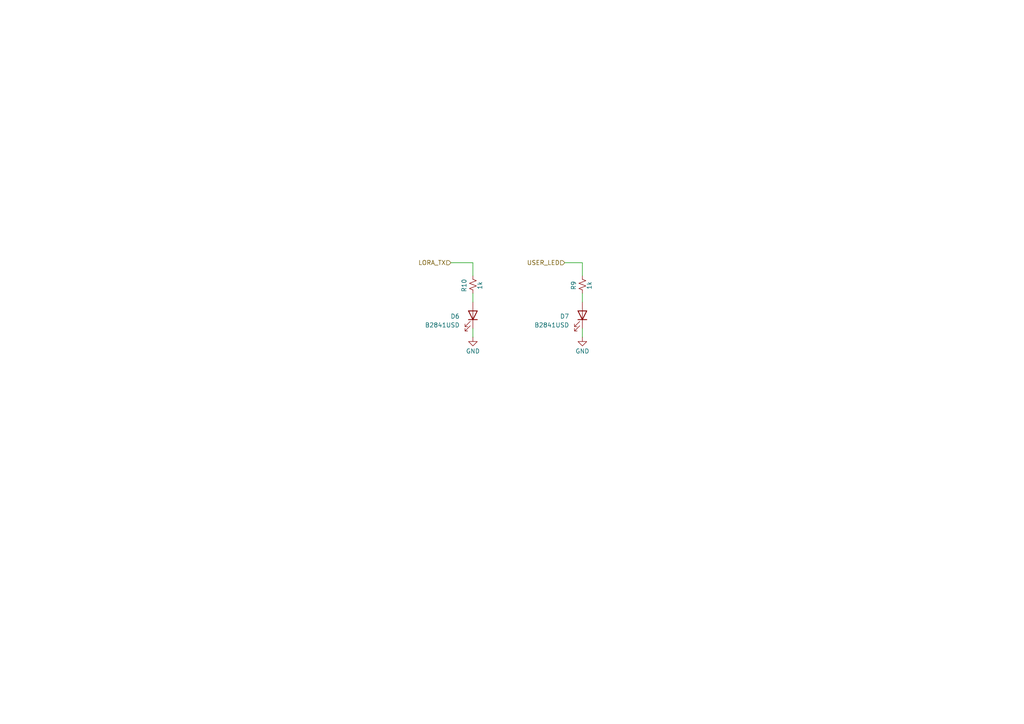
<source format=kicad_sch>
(kicad_sch (version 20250114) (generator "eeschema") (generator_version "9.0")
  (paper "A4")
  (title_block (title "SproutSyncProto-A-01") (date "2025-07-16") (rev "0.1") (company "SproutSync LTD") (comment 1 "ALL RIGHTS RESERVED") (comment 2 "Drawn By: Thomas Sweeney") (comment 3 "R&D Check:") (comment 4 "MFG Check:"))
  (lib_symbols
    (symbol "Device:LED" (pin_numbers (hide yes)) (pin_names (offset 1.016) (hide yes))
      (property "Reference" "D" (at 0 2.54 0))
      (property "Value" "LED" (at 0 -2.54 0))
      (symbol "LED_0_1"
        (polyline (pts (xy -3.048 -0.762) (xy -4.572 -2.286) (xy -3.81 -2.286) (xy -4.572 -2.286) (xy -4.572 -1.524)))
        (polyline (pts (xy -1.778 -0.762) (xy -3.302 -2.286) (xy -2.54 -2.286) (xy -3.302 -2.286) (xy -3.302 -1.524)))
        (polyline (pts (xy -1.27 0) (xy 1.27 0)))
        (polyline (pts (xy -1.27 -1.27) (xy -1.27 1.27)) (stroke (width 0.254)))
        (polyline (pts (xy 1.27 -1.27) (xy 1.27 1.27) (xy -1.27 0) (xy 1.27 -1.27)) (stroke (width 0.254)))
      )
      (symbol "LED_1_1"
        (pin passive line (at -3.81 0 0) (length 2.54) (name "K") (number "1"))
        (pin passive line (at 3.81 0 180) (length 2.54) (name "A") (number "2"))
      )
    )
    (symbol "Device:R_Small_US" (pin_numbers (hide yes)) (pin_names (offset 0.254) (hide yes))
      (property "Reference" "R" (at 0.762 0.508 0))
      (property "Value" "R_Small_US" (at 0.762 -1.016 0))
      (symbol "R_Small_US_1_1"
        (polyline (pts (xy 0 1.524) (xy 1.016 1.143) (xy 0 0.762) (xy -1.016 0.381) (xy 0 0)))
        (polyline (pts (xy 0 0) (xy 1.016 -0.381) (xy 0 -0.762) (xy -1.016 -1.143) (xy 0 -1.524)))
        (pin passive line (at 0 2.54 270) (length 1.016) (name "~") (number "1"))
        (pin passive line (at 0 -2.54 90) (length 1.016) (name "~") (number "2"))
      )
    )
    (symbol "power:GND" (power) (pin_numbers (hide yes)) (pin_names (offset 0) (hide yes))
      (property "Value" "GND" (at 0 -3.81 0))
      (symbol "GND_0_1"
        (polyline (pts (xy 0 0) (xy 0 -1.27) (xy 1.27 -1.27) (xy 0 -2.54) (xy -1.27 -1.27) (xy 0 -1.27)))
      )
      (symbol "GND_1_1"
        (pin power_in line (at 0 0 270) (length 0) (name "~") (number "1"))
      )
    )
  )
  (wire (pts (xy 137.16 85.09) (xy 137.16 87.63)))
  (wire (pts (xy 163.83 76.2) (xy 168.91 76.2)))
  (wire (pts (xy 137.16 76.2) (xy 137.16 80.01)))
  (wire (pts (xy 137.16 95.25) (xy 137.16 97.79)))
  (wire (pts (xy 168.91 76.2) (xy 168.91 80.01)))
  (wire (pts (xy 130.81 76.2) (xy 137.16 76.2)))
  (wire (pts (xy 168.91 85.09) (xy 168.91 87.63)))
  (wire (pts (xy 168.91 95.25) (xy 168.91 97.79)))
  (hierarchical_label "LORA_TX" (shape input) (at 130.81 76.2 180))
  (hierarchical_label "USER_LED" (shape input) (at 163.83 76.2 180))
  (symbol (lib_id "Device:R_Small_US") (at 168.91 82.55 0) (unit 1)
    (property "Reference" "R9" (at 166.37 82.804 90))
    (property "Value" "1k" (at 170.942 82.804 90))
    (property "Footprint" "Resistor_SMD:R_0402_1005Metric" (effects (hide yes)))
    (property "Datasheet" "https://www.yageo.com/upload/media/product/products/datasheet/rchip/PYu-RC_Group_51_RoHS_L_12.pdf" (effects (hide yes)))
    (property "Description" "RES 1K OHM 5% 1/16W 0402" (effects (hide yes)))
    (property "Distributor Prt #" "311-1.0KJRCT-ND" (effects (hide yes)))
    (property "Manuf Prt #" "RC0402JR-071KL" (effects (hide yes)))
  )
  (symbol (lib_id "Device:LED") (at 168.91 91.44 270) (mirror x) (unit 1)
    (property "Reference" "D7" (at 165.1 91.7574 90) (effects (justify right)))
    (property "Value" "B2841USD" (at 165.1 94.2974 90) (effects (justify right)))
    (property "Footprint" "LED_SMD:LED_0402_1005Metric" (effects (hide yes)))
    (property "Datasheet" "https://mm.digikey.com/Volume0/opasdata/d220001/medias/docus/4496/B2841USD-20D001014U1930.pdf" (effects (hide yes)))
    (property "Description" "LED RED DIFFUSED 0402 SMD" (effects (hide yes)))
    (property "Distributor Prt #" "3147-B2841USD-20D001014U1930CT-ND" (effects (hide yes)))
    (property "Manuf Prt #" "B2841USD-20D001014U1930" (effects (hide yes)))
  )
  (symbol (lib_id "power:GND") (at 137.16 97.79 0) (unit 1)
    (property "Reference" "#PWR042" (effects (hide yes)))
    (property "Value" "GND" (at 137.16 101.854 0))
    (property "Description" "Power symbol creates a global label with name \"GND\" , ground" (effects (hide yes)))
  )
  (symbol (lib_id "Device:LED") (at 137.16 91.44 270) (mirror x) (unit 1)
    (property "Reference" "D6" (at 133.35 91.7574 90) (effects (justify right)))
    (property "Value" "B2841USD" (at 133.35 94.2974 90) (effects (justify right)))
    (property "Footprint" "LED_SMD:LED_0402_1005Metric" (effects (hide yes)))
    (property "Datasheet" "https://mm.digikey.com/Volume0/opasdata/d220001/medias/docus/4496/B2841USD-20D001014U1930.pdf" (effects (hide yes)))
    (property "Description" "LED RED DIFFUSED 0402 SMD" (effects (hide yes)))
    (property "Distributor Prt #" "3147-B2841USD-20D001014U1930CT-ND" (effects (hide yes)))
    (property "Manuf Prt #" "B2841USD-20D001014U1930" (effects (hide yes)))
  )
  (symbol (lib_id "Device:R_Small_US") (at 137.16 82.55 0) (unit 1)
    (property "Reference" "R10" (at 134.62 82.804 90))
    (property "Value" "1k" (at 139.192 82.804 90))
    (property "Footprint" "Resistor_SMD:R_0402_1005Metric" (effects (hide yes)))
    (property "Datasheet" "https://www.yageo.com/upload/media/product/products/datasheet/rchip/PYu-RC_Group_51_RoHS_L_12.pdf" (effects (hide yes)))
    (property "Description" "RES 1K OHM 5% 1/16W 0402" (effects (hide yes)))
    (property "Distributor Prt #" "311-1.0KJRCT-ND" (effects (hide yes)))
    (property "Manuf Prt #" "RC0402JR-071KL" (effects (hide yes)))
  )
  (symbol (lib_id "power:GND") (at 168.91 97.79 0) (unit 1)
    (property "Reference" "#PWR053" (effects (hide yes)))
    (property "Value" "GND" (at 168.91 101.854 0))
    (property "Description" "Power symbol creates a global label with name \"GND\" , ground" (effects (hide yes)))
  )
)
</source>
